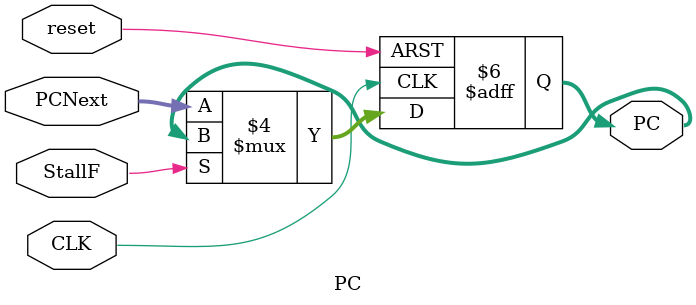
<source format=sv>
`timescale 1ns / 1ps

module PC
(
    input logic [31:0] PCNext,
    input logic  CLK, 
    input logic reset,
    input logic StallF,
    output logic [31:0] PC
);


always_ff @(posedge CLK or negedge reset)
begin
    if(!reset) 
    PC<=32'h8000_0000;       //inital address for reset
    
    else if(StallF) begin
    end                      //stall 
    
    else
    PC<=PCNext;

end    


endmodule

</source>
